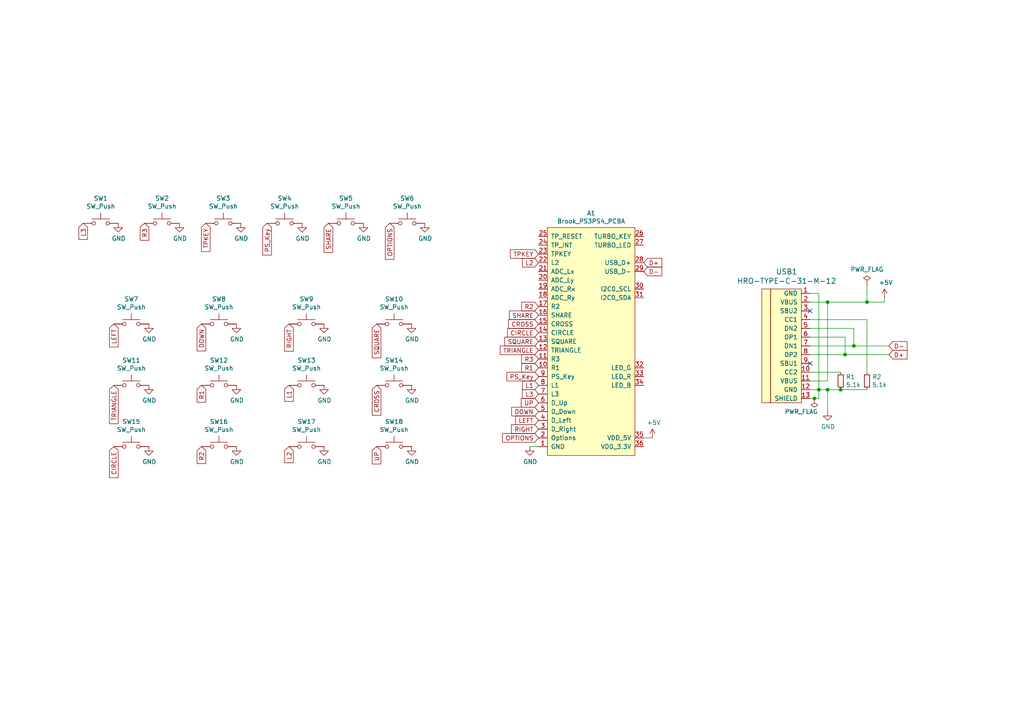
<source format=kicad_sch>
(kicad_sch (version 20211123) (generator eeschema)
  (paper "A4")
  (lib_symbols
    (symbol "Brook:Brook_PS3PS4_PCBA" (pin_names (offset 1.016))
      (property "Reference" "A" (at 0 0 0))
      (property "Value" "Brook_PS3PS4_PCBA" (at 0 -2.54 0))
      (symbol "Brook_PS3PS4_PCBA_0_1"
        (rectangle (start -12.7 68.58) (end 12.7 2.54) (fill (type background)))
      )
      (symbol "Brook_PS3PS4_PCBA_1_1"
        (pin power_in line (at -15.24 5.08 0) (length 2.54) (name "GND") (number "1"))
        (pin input line (at -15.24 27.94 0) (length 2.54) (name "R1") (number "10"))
        (pin input line (at -15.24 30.48 0) (length 2.54) (name "R3") (number "11"))
        (pin input line (at -15.24 33.02 0) (length 2.54) (name "TRIANGLE") (number "12"))
        (pin input line (at -15.24 35.56 0) (length 2.54) (name "SQUARE") (number "13"))
        (pin input line (at -15.24 38.1 0) (length 2.54) (name "CIRCLE") (number "14"))
        (pin input line (at -15.24 40.64 0) (length 2.54) (name "CROSS") (number "15"))
        (pin input line (at -15.24 43.18 0) (length 2.54) (name "SHARE") (number "16"))
        (pin input line (at -15.24 45.72 0) (length 2.54) (name "R2") (number "17"))
        (pin input line (at -15.24 48.26 0) (length 2.54) (name "ADC_Ry") (number "18"))
        (pin input line (at -15.24 50.8 0) (length 2.54) (name "ADC_Rx") (number "19"))
        (pin input line (at -15.24 7.62 0) (length 2.54) (name "Options") (number "2"))
        (pin input line (at -15.24 53.34 0) (length 2.54) (name "ADC_Ly") (number "20"))
        (pin input line (at -15.24 55.88 0) (length 2.54) (name "ADC_Lx") (number "21"))
        (pin input line (at -15.24 58.42 0) (length 2.54) (name "L2") (number "22"))
        (pin input line (at -15.24 60.96 0) (length 2.54) (name "TPKEY") (number "23"))
        (pin input line (at -15.24 63.5 0) (length 2.54) (name "TP_INT") (number "24"))
        (pin input line (at -15.24 66.04 0) (length 2.54) (name "TP_RESET") (number "25"))
        (pin input line (at 15.24 66.04 180) (length 2.54) (name "TURBO_KEY") (number "26"))
        (pin output line (at 15.24 63.5 180) (length 2.54) (name "TURBO_LED") (number "27"))
        (pin bidirectional line (at 15.24 58.42 180) (length 2.54) (name "USB_D+") (number "28"))
        (pin bidirectional line (at 15.24 55.88 180) (length 2.54) (name "USB_D-") (number "29"))
        (pin input line (at -15.24 10.16 0) (length 2.54) (name "D_Right") (number "3"))
        (pin bidirectional line (at 15.24 50.8 180) (length 2.54) (name "I2C0_SCL") (number "30"))
        (pin bidirectional line (at 15.24 48.26 180) (length 2.54) (name "I2C0_SDA") (number "31"))
        (pin output line (at 15.24 27.94 180) (length 2.54) (name "LED_G") (number "32"))
        (pin output line (at 15.24 25.4 180) (length 2.54) (name "LED_R") (number "33"))
        (pin output line (at 15.24 22.86 180) (length 2.54) (name "LED_B") (number "34"))
        (pin power_in line (at 15.24 7.62 180) (length 2.54) (name "VDD_5V") (number "35"))
        (pin power_out line (at 15.24 5.08 180) (length 2.54) (name "VDD_3.3V") (number "36"))
        (pin input line (at -15.24 12.7 0) (length 2.54) (name "D_Left") (number "4"))
        (pin input line (at -15.24 15.24 0) (length 2.54) (name "D_Down") (number "5"))
        (pin input line (at -15.24 17.78 0) (length 2.54) (name "D_Up") (number "6"))
        (pin input line (at -15.24 20.32 0) (length 2.54) (name "L3") (number "7"))
        (pin input line (at -15.24 22.86 0) (length 2.54) (name "L1") (number "8"))
        (pin input line (at -15.24 25.4 0) (length 2.54) (name "PS_Key") (number "9"))
      )
    )
    (symbol "Device:R_Small" (pin_numbers hide) (pin_names (offset 0.254) hide)
      (property "Reference" "R" (at 0.762 0.508 0))
      (property "Value" "R_Small" (at 0.762 -1.016 0))
      (symbol "R_Small_0_1"
        (rectangle (start -0.762 1.778) (end 0.762 -1.778) (stroke (width 0.2032)))
      )
      (symbol "R_Small_1_1"
        (pin passive line (at 0 2.54 270) (length 0.762) (name "~") (number "1"))
        (pin passive line (at 0 -2.54 90) (length 0.762) (name "~") (number "2"))
      )
    )
    (symbol "Switch:SW_Push" (pin_numbers hide) (pin_names (offset 1.016) hide)
      (property "Reference" "SW" (at 1.27 2.54 0))
      (property "Value" "SW_Push" (at 0 -1.524 0))
      (symbol "SW_Push_0_1"
        (circle (center -2.032 0) (radius 0.508))
        (polyline (pts (xy 0 1.27) (xy 0 3.048)))
        (polyline (pts (xy 2.54 1.27) (xy -2.54 1.27)))
        (circle (center 2.032 0) (radius 0.508))
        (pin passive line (at -5.08 0 0) (length 2.54) (name "1") (number "1"))
        (pin passive line (at 5.08 0 180) (length 2.54) (name "2") (number "2"))
      )
    )
    (symbol "Type-C:HRO-TYPE-C-31-M-12" (pin_names (offset 1.016))
      (property "Reference" "USB" (at -5.08 16.51 0))
      (property "Value" "HRO-TYPE-C-31-M-12" (at -10.16 -1.27 90))
      (symbol "HRO-TYPE-C-31-M-12_0_1"
        (rectangle (start -11.43 15.24) (end -8.89 -17.78) (fill (type background)))
        (rectangle (start 0 -17.78) (end -8.89 15.24) (fill (type background)))
      )
      (symbol "HRO-TYPE-C-31-M-12_1_1"
        (pin input line (at 2.54 13.97 180) (length 2.54) (name "GND") (number "1"))
        (pin input line (at 2.54 -8.89 180) (length 2.54) (name "CC2") (number "10"))
        (pin input line (at 2.54 -11.43 180) (length 2.54) (name "VBUS") (number "11"))
        (pin input line (at 2.54 -13.97 180) (length 2.54) (name "GND") (number "12"))
        (pin input line (at 2.54 -16.51 180) (length 2.54) (name "SHIELD") (number "13"))
        (pin input line (at 2.54 11.43 180) (length 2.54) (name "VBUS") (number "2"))
        (pin input line (at 2.54 8.89 180) (length 2.54) (name "SBU2") (number "3"))
        (pin input line (at 2.54 6.35 180) (length 2.54) (name "CC1") (number "4"))
        (pin input line (at 2.54 3.81 180) (length 2.54) (name "DN2") (number "5"))
        (pin input line (at 2.54 1.27 180) (length 2.54) (name "DP1") (number "6"))
        (pin input line (at 2.54 -1.27 180) (length 2.54) (name "DN1") (number "7"))
        (pin input line (at 2.54 -3.81 180) (length 2.54) (name "DP2") (number "8"))
        (pin input line (at 2.54 -6.35 180) (length 2.54) (name "SBU1") (number "9"))
      )
    )
    (symbol "power:+5V" (power) (pin_names (offset 0))
      (property "Value" "+5V" (at 0 3.556 0))
      (symbol "+5V_0_1"
        (polyline (pts (xy -0.762 1.27) (xy 0 2.54)))
        (polyline (pts (xy 0 0) (xy 0 2.54)))
        (polyline (pts (xy 0 2.54) (xy 0.762 1.27)))
      )
      (symbol "+5V_1_1"
        (pin power_in line (at 0 0 90) (length 0) hide (name "+5V") (number "1"))
      )
    )
    (symbol "power:GND" (power) (pin_names (offset 0))
      (property "Value" "GND" (at 0 -3.81 0))
      (symbol "GND_0_1"
        (polyline (pts (xy 0 0) (xy 0 -1.27) (xy 1.27 -1.27) (xy 0 -2.54) (xy -1.27 -1.27) (xy 0 -1.27)))
      )
      (symbol "GND_1_1"
        (pin power_in line (at 0 0 270) (length 0) hide (name "GND") (number "1"))
      )
    )
    (symbol "power:PWR_FLAG" (power) (pin_numbers hide) (pin_names (offset 0) hide)
      (property "Value" "PWR_FLAG" (at 0 3.81 0))
      (symbol "PWR_FLAG_0_0"
        (pin power_out line (at 0 0 90) (length 0) (name "pwr") (number "1"))
      )
      (symbol "PWR_FLAG_0_1"
        (polyline (pts (xy 0 0) (xy 0 1.27) (xy -1.016 1.905) (xy 0 2.54) (xy 1.016 1.905) (xy 0 1.27)))
      )
    )
  )
  (junction (at 247.65 100.33))
  (junction (at 240.03 113.03))
  (junction (at 240.03 87.63))
  (junction (at 237.49 113.03))
  (junction (at 236.22 115.57))
  (junction (at 251.46 87.63))
  (junction (at 243.84 113.03))
  (junction (at 245.11 102.87))
  (no_connect (at 234.95 90.17))
  (no_connect (at 234.95 105.41))
  (wire (pts (xy 240.03 113.03) (xy 243.84 113.03)))
  (wire (pts (xy 234.95 85.09) (xy 237.49 85.09)))
  (wire (pts (xy 234.95 95.25) (xy 247.65 95.25)))
  (wire (pts (xy 251.46 113.03) (xy 243.84 113.03)))
  (wire (pts (xy 247.65 95.25) (xy 247.65 100.33)))
  (wire (pts (xy 234.95 97.79) (xy 245.11 97.79)))
  (wire (pts (xy 234.95 102.87) (xy 245.11 102.87)))
  (wire (pts (xy 234.95 113.03) (xy 237.49 113.03)))
  (wire (pts (xy 237.49 115.57) (xy 236.22 115.57)))
  (wire (pts (xy 251.46 92.71) (xy 251.46 107.95)))
  (wire (pts (xy 240.03 87.63) (xy 240.03 110.49)))
  (wire (pts (xy 240.03 87.63) (xy 251.46 87.63)))
  (wire (pts (xy 240.03 119.38) (xy 240.03 113.03)))
  (wire (pts (xy 257.81 102.87) (xy 245.11 102.87)))
  (wire (pts (xy 237.49 113.03) (xy 240.03 113.03)))
  (wire (pts (xy 234.95 92.71) (xy 251.46 92.71)))
  (wire (pts (xy 245.11 97.79) (xy 245.11 102.87)))
  (wire (pts (xy 236.22 115.57) (xy 234.95 115.57)))
  (wire (pts (xy 240.03 110.49) (xy 234.95 110.49)))
  (wire (pts (xy 256.54 87.63) (xy 256.54 86.36)))
  (wire (pts (xy 234.95 87.63) (xy 240.03 87.63)))
  (wire (pts (xy 234.95 100.33) (xy 247.65 100.33)))
  (wire (pts (xy 257.81 100.33) (xy 247.65 100.33)))
  (wire (pts (xy 153.67 129.54) (xy 156.21 129.54)))
  (wire (pts (xy 251.46 82.55) (xy 251.46 87.63)))
  (wire (pts (xy 251.46 87.63) (xy 256.54 87.63)))
  (wire (pts (xy 237.49 85.09) (xy 237.49 113.03)))
  (wire (pts (xy 186.69 127) (xy 189.23 127)))
  (wire (pts (xy 234.95 107.95) (xy 243.84 107.95)))
  (wire (pts (xy 237.49 113.03) (xy 237.49 115.57)))
  (global_label "CIRCLE" (shape input) (at 33.02 129.54 270) (property "Intersheet References" "${INTERSHEET_REFS}" (effects hide)))
  (global_label "DOWN" (shape input) (at 58.42 93.98 270) (property "Intersheet References" "${INTERSHEET_REFS}" (effects hide)))
  (global_label "UP" (shape input) (at 109.22 129.54 270) (property "Intersheet References" "${INTERSHEET_REFS}" (effects hide)))
  (global_label "D-" (shape input) (at 186.69 78.74 0) (property "Intersheet References" "${INTERSHEET_REFS}" (effects hide)))
  (global_label "R1" (shape input) (at 156.21 106.68 180) (property "Intersheet References" "${INTERSHEET_REFS}" (effects hide)))
  (global_label "L1" (shape input) (at 83.82 111.76 270) (property "Intersheet References" "${INTERSHEET_REFS}" (effects hide)))
  (global_label "TPKEY" (shape input) (at 59.69 64.77 270) (property "Intersheet References" "${INTERSHEET_REFS}" (effects hide)))
  (global_label "OPTIONS" (shape input) (at 113.03 64.77 270) (property "Intersheet References" "${INTERSHEET_REFS}" (effects hide)))
  (global_label "TRIANGLE" (shape input) (at 156.21 101.6 180) (property "Intersheet References" "${INTERSHEET_REFS}" (effects hide)))
  (global_label "D+" (shape input) (at 186.69 76.2 0) (property "Intersheet References" "${INTERSHEET_REFS}" (effects hide)))
  (global_label "LEFT" (shape input) (at 33.02 93.98 270) (property "Intersheet References" "${INTERSHEET_REFS}" (effects hide)))
  (global_label "R3" (shape input) (at 156.21 104.14 180) (property "Intersheet References" "${INTERSHEET_REFS}" (effects hide)))
  (global_label "PS_Key" (shape input) (at 156.21 109.22 180) (property "Intersheet References" "${INTERSHEET_REFS}" (effects hide)))
  (global_label "RIGHT" (shape input) (at 83.82 93.98 270) (property "Intersheet References" "${INTERSHEET_REFS}" (effects hide)))
  (global_label "UP" (shape input) (at 156.21 116.84 180) (property "Intersheet References" "${INTERSHEET_REFS}" (effects hide)))
  (global_label "RIGHT" (shape input) (at 156.21 124.46 180) (property "Intersheet References" "${INTERSHEET_REFS}" (effects hide)))
  (global_label "LEFT" (shape input) (at 156.21 121.92 180) (property "Intersheet References" "${INTERSHEET_REFS}" (effects hide)))
  (global_label "D+" (shape input) (at 257.81 102.87 0) (property "Intersheet References" "${INTERSHEET_REFS}" (effects hide)))
  (global_label "TPKEY" (shape input) (at 156.21 73.66 180) (property "Intersheet References" "${INTERSHEET_REFS}" (effects hide)))
  (global_label "R1" (shape input) (at 58.42 111.76 270) (property "Intersheet References" "${INTERSHEET_REFS}" (effects hide)))
  (global_label "DOWN" (shape input) (at 156.21 119.38 180) (property "Intersheet References" "${INTERSHEET_REFS}" (effects hide)))
  (global_label "CIRCLE" (shape input) (at 156.21 96.52 180) (property "Intersheet References" "${INTERSHEET_REFS}" (effects hide)))
  (global_label "R2" (shape input) (at 156.21 88.9 180) (property "Intersheet References" "${INTERSHEET_REFS}" (effects hide)))
  (global_label "SQUARE" (shape input) (at 156.21 99.06 180) (property "Intersheet References" "${INTERSHEET_REFS}" (effects hide)))
  (global_label "L3" (shape input) (at 156.21 114.3 180) (property "Intersheet References" "${INTERSHEET_REFS}" (effects hide)))
  (global_label "R2" (shape input) (at 58.42 129.54 270) (property "Intersheet References" "${INTERSHEET_REFS}" (effects hide)))
  (global_label "L1" (shape input) (at 156.21 111.76 180) (property "Intersheet References" "${INTERSHEET_REFS}" (effects hide)))
  (global_label "SQUARE" (shape input) (at 109.22 93.98 270) (property "Intersheet References" "${INTERSHEET_REFS}" (effects hide)))
  (global_label "D-" (shape input) (at 257.81 100.33 0) (property "Intersheet References" "${INTERSHEET_REFS}" (effects hide)))
  (global_label "R3" (shape input) (at 41.91 64.77 270) (property "Intersheet References" "${INTERSHEET_REFS}" (effects hide)))
  (global_label "TRIANGLE" (shape input) (at 33.02 111.76 270) (property "Intersheet References" "${INTERSHEET_REFS}" (effects hide)))
  (global_label "CROSS" (shape input) (at 156.21 93.98 180) (property "Intersheet References" "${INTERSHEET_REFS}" (effects hide)))
  (global_label "L3" (shape input) (at 24.13 64.77 270) (property "Intersheet References" "${INTERSHEET_REFS}" (effects hide)))
  (global_label "CROSS" (shape input) (at 109.22 111.76 270) (property "Intersheet References" "${INTERSHEET_REFS}" (effects hide)))
  (global_label "SHARE" (shape input) (at 95.25 64.77 270) (property "Intersheet References" "${INTERSHEET_REFS}" (effects hide)))
  (global_label "OPTIONS" (shape input) (at 156.21 127 180) (property "Intersheet References" "${INTERSHEET_REFS}" (effects hide)))
  (global_label "PS_Key" (shape input) (at 77.47 64.77 270) (property "Intersheet References" "${INTERSHEET_REFS}" (effects hide)))
  (global_label "SHARE" (shape input) (at 156.21 91.44 180) (property "Intersheet References" "${INTERSHEET_REFS}" (effects hide)))
  (global_label "L2" (shape input) (at 156.21 76.2 180) (property "Intersheet References" "${INTERSHEET_REFS}" (effects hide)))
  (global_label "L2" (shape input) (at 83.82 129.54 270) (property "Intersheet References" "${INTERSHEET_REFS}" (effects hide)))
  (symbol (lib_id "Switch:SW_Push") (at 29.21 64.77 0) (unit 1)
    (property "Reference" "SW1" (at 29.21 57.531 0))
    (property "Value" "SW_Push" (at 29.21 59.8424 0))
    (property "Footprint" "Button_Switch_SMD:SW_Push_1P1T_NO_6x6mm_H9.5mm" (effects hide))
  )
  (symbol (lib_id "Switch:SW_Push") (at 46.99 64.77 0) (unit 1)
    (property "Reference" "SW2" (at 46.99 57.531 0))
    (property "Value" "SW_Push" (at 46.99 59.8424 0))
    (property "Footprint" "Button_Switch_SMD:SW_Push_1P1T_NO_6x6mm_H9.5mm" (effects hide))
  )
  (symbol (lib_id "Switch:SW_Push") (at 64.77 64.77 0) (unit 1)
    (property "Reference" "SW3" (at 64.77 57.531 0))
    (property "Value" "SW_Push" (at 64.77 59.8424 0))
    (property "Footprint" "Button_Switch_SMD:SW_Push_1P1T_NO_6x6mm_H9.5mm" (effects hide))
  )
  (symbol (lib_id "Switch:SW_Push") (at 82.55 64.77 0) (unit 1)
    (property "Reference" "SW4" (at 82.55 57.531 0))
    (property "Value" "SW_Push" (at 82.55 59.8424 0))
    (property "Footprint" "Button_Switch_SMD:SW_Push_1P1T_NO_6x6mm_H9.5mm" (effects hide))
  )
  (symbol (lib_id "Switch:SW_Push") (at 100.33 64.77 0) (unit 1)
    (property "Reference" "SW5" (at 100.33 57.531 0))
    (property "Value" "SW_Push" (at 100.33 59.8424 0))
    (property "Footprint" "Button_Switch_SMD:SW_Push_1P1T_NO_6x6mm_H9.5mm" (effects hide))
  )
  (symbol (lib_id "Switch:SW_Push") (at 118.11 64.77 0) (unit 1)
    (property "Reference" "SW6" (at 118.11 57.531 0))
    (property "Value" "SW_Push" (at 118.11 59.8424 0))
    (property "Footprint" "Button_Switch_SMD:SW_Push_1P1T_NO_6x6mm_H9.5mm" (effects hide))
  )
  (symbol (lib_id "power:GND") (at 34.29 64.77 0) (unit 1)
    (property "Reference" "#PWR01" (effects hide))
    (property "Value" "GND" (at 34.417 69.1642 0))
  )
  (symbol (lib_id "power:GND") (at 52.07 64.77 0) (unit 1)
    (property "Reference" "#PWR02" (effects hide))
    (property "Value" "GND" (at 52.197 69.1642 0))
  )
  (symbol (lib_id "power:GND") (at 69.85 64.77 0) (unit 1)
    (property "Reference" "#PWR03" (effects hide))
    (property "Value" "GND" (at 69.977 69.1642 0))
  )
  (symbol (lib_id "power:GND") (at 87.63 64.77 0) (unit 1)
    (property "Reference" "#PWR04" (effects hide))
    (property "Value" "GND" (at 87.757 69.1642 0))
  )
  (symbol (lib_id "power:GND") (at 105.41 64.77 0) (unit 1)
    (property "Reference" "#PWR05" (effects hide))
    (property "Value" "GND" (at 105.537 69.1642 0))
  )
  (symbol (lib_id "power:GND") (at 123.19 64.77 0) (unit 1)
    (property "Reference" "#PWR06" (effects hide))
    (property "Value" "GND" (at 123.317 69.1642 0))
  )
  (symbol (lib_id "Type-C:HRO-TYPE-C-31-M-12") (at 232.41 99.06 0) (unit 1)
    (property "Reference" "USB1" (at 228.1682 78.8162 0) (effects (font (size 1.524 1.524))))
    (property "Value" "HRO-TYPE-C-31-M-12" (at 228.1682 81.5086 0) (effects (font (size 1.524 1.524))))
    (property "Footprint" "Type-C:HRO-TYPE-C-31-M-12-Assembly" (effects hide))
    (property "LCSC" "C165948" (effects hide))
  )
  (symbol (lib_id "power:+5V") (at 256.54 86.36 0) (unit 1)
    (property "Reference" "#PWR022" (effects hide))
    (property "Value" "+5V" (at 256.921 81.9658 0))
  )
  (symbol (lib_id "Device:R_Small") (at 243.84 110.49 0) (unit 1)
    (property "Reference" "R1" (at 245.3386 109.3216 0) (effects (justify left)))
    (property "Value" "5.1k" (at 245.3386 111.633 0) (effects (justify left)))
    (property "Footprint" "Resistor_SMD:R_0805_2012Metric" (effects hide))
    (property "LCSC" "C27834" (effects hide))
  )
  (symbol (lib_id "Device:R_Small") (at 251.46 110.49 0) (unit 1)
    (property "Reference" "R2" (at 252.9586 109.3216 0) (effects (justify left)))
    (property "Value" "5.1k" (at 252.9586 111.633 0) (effects (justify left)))
    (property "Footprint" "Resistor_SMD:R_0805_2012Metric" (effects hide))
    (property "LCSC" "C27834" (effects hide))
  )
  (symbol (lib_id "power:GND") (at 240.03 119.38 0) (unit 1)
    (property "Reference" "#PWR023" (effects hide))
    (property "Value" "GND" (at 240.157 123.7742 0))
  )
  (symbol (lib_id "Switch:SW_Push") (at 38.1 93.98 0) (unit 1)
    (property "Reference" "SW7" (at 38.1 86.741 0))
    (property "Value" "SW_Push" (at 38.1 89.0524 0))
    (property "Footprint" "Kailh:Kailh_socket_PG1350_optional" (effects hide))
  )
  (symbol (lib_id "Switch:SW_Push") (at 114.3 129.54 0) (unit 1)
    (property "Reference" "SW18" (at 114.3 122.301 0))
    (property "Value" "SW_Push" (at 114.3 124.6124 0))
    (property "Footprint" "Kailh:Kailh_socket_PG1350_optional" (effects hide))
  )
  (symbol (lib_id "Switch:SW_Push") (at 63.5 111.76 0) (unit 1)
    (property "Reference" "SW12" (at 63.5 104.521 0))
    (property "Value" "SW_Push" (at 63.5 106.8324 0))
    (property "Footprint" "Kailh:Kailh_socket_PG1350_optional" (effects hide))
  )
  (symbol (lib_id "Switch:SW_Push") (at 38.1 129.54 0) (unit 1)
    (property "Reference" "SW15" (at 38.1 122.301 0))
    (property "Value" "SW_Push" (at 38.1 124.6124 0))
    (property "Footprint" "Kailh:Kailh_socket_PG1350_optional" (effects hide))
  )
  (symbol (lib_id "Switch:SW_Push") (at 63.5 93.98 0) (unit 1)
    (property "Reference" "SW8" (at 63.5 86.741 0))
    (property "Value" "SW_Push" (at 63.5 89.0524 0))
    (property "Footprint" "Kailh:Kailh_socket_PG1350_optional" (effects hide))
  )
  (symbol (lib_id "Switch:SW_Push") (at 114.3 93.98 0) (unit 1)
    (property "Reference" "SW10" (at 114.3 86.741 0))
    (property "Value" "SW_Push" (at 114.3 89.0524 0))
    (property "Footprint" "Kailh:Kailh_socket_PG1350_optional" (effects hide))
  )
  (symbol (lib_id "Switch:SW_Push") (at 88.9 111.76 0) (unit 1)
    (property "Reference" "SW13" (at 88.9 104.521 0))
    (property "Value" "SW_Push" (at 88.9 106.8324 0))
    (property "Footprint" "Kailh:Kailh_socket_PG1350_optional" (effects hide))
  )
  (symbol (lib_id "Switch:SW_Push") (at 63.5 129.54 0) (unit 1)
    (property "Reference" "SW16" (at 63.5 122.301 0))
    (property "Value" "SW_Push" (at 63.5 124.6124 0))
    (property "Footprint" "Kailh:Kailh_socket_PG1350_optional" (effects hide))
  )
  (symbol (lib_id "Switch:SW_Push") (at 88.9 93.98 0) (unit 1)
    (property "Reference" "SW9" (at 88.9 86.741 0))
    (property "Value" "SW_Push" (at 88.9 89.0524 0))
    (property "Footprint" "Kailh:Kailh_socket_PG1350_optional" (effects hide))
  )
  (symbol (lib_id "Switch:SW_Push") (at 38.1 111.76 0) (unit 1)
    (property "Reference" "SW11" (at 38.1 104.521 0))
    (property "Value" "SW_Push" (at 38.1 106.8324 0))
    (property "Footprint" "Kailh:Kailh_socket_PG1350_optional" (effects hide))
  )
  (symbol (lib_id "Switch:SW_Push") (at 114.3 111.76 0) (unit 1)
    (property "Reference" "SW14" (at 114.3 104.521 0))
    (property "Value" "SW_Push" (at 114.3 106.8324 0))
    (property "Footprint" "Kailh:Kailh_socket_PG1350_optional" (effects hide))
  )
  (symbol (lib_id "Switch:SW_Push") (at 88.9 129.54 0) (unit 1)
    (property "Reference" "SW17" (at 88.9 122.301 0))
    (property "Value" "SW_Push" (at 88.9 124.6124 0))
    (property "Footprint" "Kailh:Kailh_socket_PG1350_optional" (effects hide))
  )
  (symbol (lib_id "power:GND") (at 43.18 93.98 0) (unit 1)
    (property "Reference" "#PWR07" (effects hide))
    (property "Value" "GND" (at 43.307 98.3742 0))
  )
  (symbol (lib_id "power:GND") (at 119.38 129.54 0) (unit 1)
    (property "Reference" "#PWR018" (effects hide))
    (property "Value" "GND" (at 119.507 133.9342 0))
  )
  (symbol (lib_id "power:GND") (at 68.58 111.76 0) (unit 1)
    (property "Reference" "#PWR012" (effects hide))
    (property "Value" "GND" (at 68.707 116.1542 0))
  )
  (symbol (lib_id "power:GND") (at 43.18 129.54 0) (unit 1)
    (property "Reference" "#PWR015" (effects hide))
    (property "Value" "GND" (at 43.307 133.9342 0))
  )
  (symbol (lib_id "power:GND") (at 68.58 93.98 0) (unit 1)
    (property "Reference" "#PWR08" (effects hide))
    (property "Value" "GND" (at 68.707 98.3742 0))
  )
  (symbol (lib_id "power:GND") (at 119.38 93.98 0) (unit 1)
    (property "Reference" "#PWR010" (effects hide))
    (property "Value" "GND" (at 119.507 98.3742 0))
  )
  (symbol (lib_id "power:GND") (at 93.98 111.76 0) (unit 1)
    (property "Reference" "#PWR013" (effects hide))
    (property "Value" "GND" (at 94.107 116.1542 0))
  )
  (symbol (lib_id "power:GND") (at 68.58 129.54 0) (unit 1)
    (property "Reference" "#PWR016" (effects hide))
    (property "Value" "GND" (at 68.707 133.9342 0))
  )
  (symbol (lib_id "power:GND") (at 93.98 129.54 0) (unit 1)
    (property "Reference" "#PWR017" (effects hide))
    (property "Value" "GND" (at 94.107 133.9342 0))
  )
  (symbol (lib_id "power:GND") (at 119.38 111.76 0) (unit 1)
    (property "Reference" "#PWR014" (effects hide))
    (property "Value" "GND" (at 119.507 116.1542 0))
  )
  (symbol (lib_id "power:GND") (at 43.18 111.76 0) (unit 1)
    (property "Reference" "#PWR011" (effects hide))
    (property "Value" "GND" (at 43.307 116.1542 0))
  )
  (symbol (lib_id "power:GND") (at 93.98 93.98 0) (unit 1)
    (property "Reference" "#PWR09" (effects hide))
    (property "Value" "GND" (at 94.107 98.3742 0))
  )
  (symbol (lib_id "power:PWR_FLAG") (at 251.46 82.55 0) (unit 1)
    (property "Reference" "#FLG02" (effects hide))
    (property "Value" "PWR_FLAG" (at 251.46 78.1558 0))
  )
  (symbol (lib_id "power:PWR_FLAG") (at 236.22 115.57 180) (unit 1)
    (property "Reference" "#FLG03" (effects hide))
    (property "Value" "PWR_FLAG" (at 232.41 119.38 0))
  )
  (symbol (lib_id "power:GND") (at 153.67 129.54 0) (unit 1)
    (property "Reference" "#PWR020" (effects hide))
    (property "Value" "GND" (at 153.797 133.9342 0))
  )
  (symbol (lib_id "Brook:Brook_PS3PS4_PCBA") (at 171.45 134.62 0) (unit 1)
    (property "Reference" "A1" (at 171.45 61.849 0))
    (property "Value" "Brook_PS3PS4_PCBA" (at 171.45 64.1604 0))
    (property "Footprint" "Brook:Brook_PS3PS4_PCBA" (effects hide))
  )
  (symbol (lib_id "power:+5V") (at 189.23 127 0) (unit 1)
    (property "Reference" "#PWR019" (effects hide))
    (property "Value" "+5V" (at 189.611 122.6058 0))
  )
)
</source>
